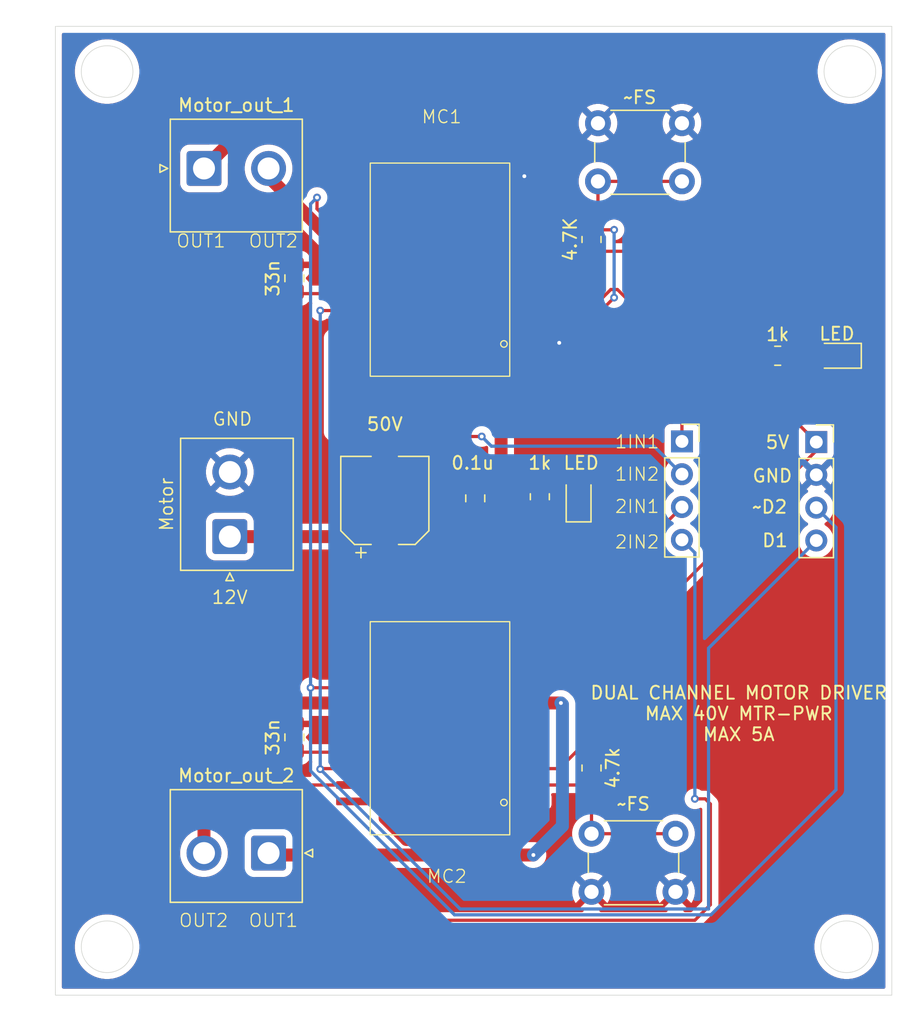
<source format=kicad_pcb>
(kicad_pcb (version 20241229) (generator "pcbnew") (generator_version "9.0")
  (layers (0 "F.Cu" signal) (2 "B.Cu" signal) (13 "F.Paste" user) (15 "B.Paste" user) (5 "F.SilkS" user "F.Silkscreen") (7 "B.SilkS" user "B.Silkscreen") (1 "F.Mask" user) (3 "B.Mask" user) (25 "Edge.Cuts" user))
  (net 0 "")
  (net 1 "GND")
  (net 2 "+12V")
  (net 3 "Net-(MC1-CCP)")
  (net 4 "Net-(MC2-CCP)")
  (net 5 "Net-(J1-Pin_2)")
  (net 6 "Net-(J1-Pin_1)")
  (net 7 "Net-(J2-Pin_3)")
  (net 8 "Net-(J2-Pin_2)")
  (net 9 "Net-(J2-Pin_1)")
  (net 10 "Net-(J2-Pin_4)")
  (net 11 "Net-(J6-Pin_2)")
  (net 12 "Net-(J6-Pin_1)")
  (net 13 "Net-(J3-Pin_3)")
  (net 14 "Net-(J3-Pin_4)")
  (net 15 "+5V")
  (net 18 "Net-(MC1-~FS)")
  (net 21 "Net-(MC2-~FS)")
  (net 22 "Net-(D1-A)")
  (net 23 "Net-(D2-A)")
  (footprint "Capacitor_SMD:C_0805_2012Metric_Pad1.18x1.45mm_HandSolder" (layer "F.Cu") (at 205 61.5375 90)
    (property "Reference" "0.1u" (at 2.7375 -0.2 180) (layer "F.SilkS"))
    (property "Value" "0.1u")
    (fp_line (start -0.261252 -0.735) (end 0.261252 -0.735) (stroke (width 0.12)) (layer "F.SilkS"))
    (fp_line (start -0.261252 0.735) (end 0.261252 0.735) (stroke (width 0.12)) (layer "F.SilkS"))
    (pad "1" smd roundrect (at -1.0375 0 90) (size 1.175 1.45) (layers "F.Cu" "F.Mask" "F.Paste") (roundrect_rratio 0.212766) (net 2 "+12V"))
    (pad "2" smd roundrect (at 1.0375 0 90) (size 1.175 1.45) (layers "F.Cu" "F.Mask" "F.Paste") (roundrect_rratio 0.212766) (net 1 "GND"))
  )
  (footprint "Connector_JST:JST_NV_B02P-NV_1x02_P5.00mm_Vertical" (layer "F.Cu") (at 189 89 180)
    (property "Reference" "Motor_out_2" (at 2.5 6 0) (layer "F.SilkS"))
    (property "Value" "Conn_01x02_Pin")
    (fp_line (start 7.61 4.91) (end 7.61 -3.81) (stroke (width 0.12)) (layer "F.SilkS"))
    (fp_line (start 7.61 -3.81) (end -2.61 -3.81) (stroke (width 0.12)) (layer "F.SilkS"))
    (fp_line (start -2.61 4.91) (end 7.61 4.91) (stroke (width 0.12)) (layer "F.SilkS"))
    (fp_line (start -2.61 -3.81) (end -2.61 4.91) (stroke (width 0.12)) (layer "F.SilkS"))
    (fp_line (start -2.81 0) (end -3.41 0.3) (stroke (width 0.12)) (layer "F.SilkS"))
    (fp_line (start -3.41 0.3) (end -3.41 -0.3) (stroke (width 0.12)) (layer "F.SilkS"))
    (fp_line (start -3.41 -0.3) (end -2.81 0) (stroke (width 0.12)) (layer "F.SilkS"))
    (pad "1" thru_hole roundrect (at 0 0 180) (size 2.7 2.7) (drill 1.7) (layers "*.Cu" "*.Mask") (roundrect_rratio 0.092593) (net 12 "Net-(J6-Pin_1)"))
    (pad "2" thru_hole circle (at 5 0 180) (size 2.7 2.7) (drill 1.7) (layers "*.Cu" "*.Mask") (net 11 "Net-(J6-Pin_2)"))
  )
  (footprint "Connector_PinSocket_2.54mm:PinSocket_1x04_P2.54mm_Vertical" (layer "F.Cu") (at 231.4 57.18)
    (property "Reference" "J3" (hide yes))
    (property "Value" "Conn_01x04_Pin")
    (fp_line (start -1.33 1.27) (end -1.33 8.95) (stroke (width 0.12)) (layer "F.SilkS"))
    (fp_line (start -1.33 1.27) (end 1.33 1.27) (stroke (width 0.12)) (layer "F.SilkS"))
    (fp_line (start -1.33 8.95) (end 1.33 8.95) (stroke (width 0.12)) (layer "F.SilkS"))
    (fp_line (start 0 -1.33) (end 1.33 -1.33) (stroke (width 0.12)) (layer "F.SilkS"))
    (fp_line (start 1.33 -1.33) (end 1.33 0) (stroke (width 0.12)) (layer "F.SilkS"))
    (fp_line (start 1.33 1.27) (end 1.33 8.95) (stroke (width 0.12)) (layer "F.SilkS"))
    (pad "1" thru_hole rect (at 0 0) (size 1.7 1.7) (drill 1) (layers "*.Cu" "*.Mask") (net 15 "+5V"))
    (pad "2" thru_hole circle (at 0 2.54) (size 1.7 1.7) (drill 1) (layers "*.Cu" "*.Mask") (net 1 "GND"))
    (pad "3" thru_hole circle (at 0 5.08) (size 1.7 1.7) (drill 1) (layers "*.Cu" "*.Mask") (net 13 "Net-(J3-Pin_3)"))
    (pad "4" thru_hole circle (at 0 7.62) (size 1.7 1.7) (drill 1) (layers "*.Cu" "*.Mask") (net 14 "Net-(J3-Pin_4)"))
  )
  (footprint "Capacitor_SMD:C_0805_2012Metric_Pad1.18x1.45mm_HandSolder" (layer "F.Cu") (at 191 80.0375 90)
    (property "Reference" "33n" (at 0 -1.68 90) (layer "F.SilkS"))
    (property "Value" "33n")
    (fp_line (start -0.261252 -0.735) (end 0.261252 -0.735) (stroke (width 0.12)) (layer "F.SilkS"))
    (fp_line (start -0.261252 0.735) (end 0.261252 0.735) (stroke (width 0.12)) (layer "F.SilkS"))
    (pad "1" smd roundrect (at -1.0375 0 90) (size 1.175 1.45) (layers "F.Cu" "F.Mask" "F.Paste") (roundrect_rratio 0.212766) (net 4 "Net-(MC2-CCP)"))
    (pad "2" smd roundrect (at 1.0375 0 90) (size 1.175 1.45) (layers "F.Cu" "F.Mask" "F.Paste") (roundrect_rratio 0.212766) (net 1 "GND"))
  )
  (footprint "Capacitor_SMD:C_0805_2012Metric_Pad1.18x1.45mm_HandSolder" (layer "F.Cu") (at 191 44.5 90)
    (property "Reference" "33n" (at 0 -1.68 90) (layer "F.SilkS"))
    (property "Value" "33n")
    (fp_line (start -0.261252 -0.735) (end 0.261252 -0.735) (stroke (width 0.12)) (layer "F.SilkS"))
    (fp_line (start -0.261252 0.735) (end 0.261252 0.735) (stroke (width 0.12)) (layer "F.SilkS"))
    (pad "1" smd roundrect (at -1.0375 0 90) (size 1.175 1.45) (layers "F.Cu" "F.Mask" "F.Paste") (roundrect_rratio 0.212766) (net 3 "Net-(MC1-CCP)"))
    (pad "2" smd roundrect (at 1.0375 0 90) (size 1.175 1.45) (layers "F.Cu" "F.Mask" "F.Paste") (roundrect_rratio 0.212766) (net 1 "GND"))
  )
  (footprint "Connector_JST:JST_NV_B02P-NV_1x02_P5.00mm_Vertical" (layer "F.Cu") (at 184 36)
    (property "Reference" "Motor_out_1" (at 2.5 -4.9 0) (layer "F.SilkS"))
    (property "Value" "Conn_01x02_Pin")
    (fp_line (start -3.41 -0.3) (end -2.81 0) (stroke (width 0.12)) (layer "F.SilkS"))
    (fp_line (start -3.41 0.3) (end -3.41 -0.3) (stroke (width 0.12)) (layer "F.SilkS"))
    (fp_line (start -2.81 0) (end -3.41 0.3) (stroke (width 0.12)) (layer "F.SilkS"))
    (fp_line (start -2.61 -3.81) (end -2.61 4.91) (stroke (width 0.12)) (layer "F.SilkS"))
    (fp_line (start -2.61 4.91) (end 7.61 4.91) (stroke (width 0.12)) (layer "F.SilkS"))
    (fp_line (start 7.61 -3.81) (end -2.61 -3.81) (stroke (width 0.12)) (layer "F.SilkS"))
    (fp_line (start 7.61 4.91) (end 7.61 -3.81) (stroke (width 0.12)) (layer "F.SilkS"))
    (pad "1" thru_hole roundrect (at 0 0) (size 2.7 2.7) (drill 1.7) (layers "*.Cu" "*.Mask") (roundrect_rratio 0.092593) (net 6 "Net-(J1-Pin_1)"))
    (pad "2" thru_hole circle (at 5 0) (size 2.7 2.7) (drill 1.7) (layers "*.Cu" "*.Mask") (net 5 "Net-(J1-Pin_2)"))
  )
  (footprint "Resistor_SMD:R_0805_2012Metric" (layer "F.Cu") (at 228.4125 50.5)
    (property "Reference" "1k" (at 0 -1.65 0) (layer "F.SilkS"))
    (property "Value" "1k")
    (fp_line (start -0.227064 -0.735) (end 0.227064 -0.735) (stroke (width 0.12)) (layer "F.SilkS"))
    (fp_line (start -0.227064 0.735) (end 0.227064 0.735) (stroke (width 0.12)) (layer "F.SilkS"))
    (pad "1" smd roundrect (at -0.9125 0) (size 1.025 1.4) (layers "F.Cu" "F.Mask" "F.Paste") (roundrect_rratio 0.243902) (net 15 "+5V"))
    (pad "2" smd roundrect (at 0.9125 0) (size 1.025 1.4) (layers "F.Cu" "F.Mask" "F.Paste") (roundrect_rratio 0.243902) (net 22 "Net-(D1-A)"))
  )
  (footprint "Resistor_SMD:R_0805_2012Metric" (layer "F.Cu") (at 210 61.4125 90)
    (property "Reference" "1k" (at 2.6125 0 180) (layer "F.SilkS"))
    (property "Value" "1k")
    (fp_line (start -0.227064 -0.735) (end 0.227064 -0.735) (stroke (width 0.12)) (layer "F.SilkS"))
    (fp_line (start -0.227064 0.735) (end 0.227064 0.735) (stroke (width 0.12)) (layer "F.SilkS"))
    (pad "1" smd roundrect (at -0.9125 0 90) (size 1.025 1.4) (layers "F.Cu" "F.Mask" "F.Paste") (roundrect_rratio 0.243902) (net 2 "+12V"))
    (pad "2" smd roundrect (at 0.9125 0 90) (size 1.025 1.4) (layers "F.Cu" "F.Mask" "F.Paste") (roundrect_rratio 0.243902) (net 23 "Net-(D2-A)"))
  )
  (footprint "Capacitor_SMD:CP_Elec_6.3x7.7" (layer "F.Cu") (at 198 61.7 90)
    (property "Reference" "50V" (at 5.9 0 180) (layer "F.SilkS"))
    (property "Value" "50V")
    (fp_line (start 3.41 -3.41) (end 3.41 -1.06) (stroke (width 0.12)) (layer "F.SilkS"))
    (fp_line (start -2.345563 -3.41) (end 3.41 -3.41) (stroke (width 0.12)) (layer "F.SilkS"))
    (fp_line (start -3.41 -2.345563) (end -2.345563 -3.41) (stroke (width 0.12)) (layer "F.SilkS"))
    (fp_line (start -3.41 -2.345563) (end -3.41 -1.06) (stroke (width 0.12)) (layer "F.SilkS"))
    (fp_line (start -4.04375 -2.24125) (end -4.04375 -1.45375) (stroke (width 0.12)) (layer "F.SilkS"))
    (fp_line (start -4.4375 -1.8475) (end -3.65 -1.8475) (stroke (width 0.12)) (layer "F.SilkS"))
    (fp_line (start -3.41 2.345563) (end -3.41 1.06) (stroke (width 0.12)) (layer "F.SilkS"))
    (fp_line (start -3.41 2.345563) (end -2.345563 3.41) (stroke (width 0.12)) (layer "F.SilkS"))
    (fp_line (start 3.41 3.41) (end 3.41 1.06) (stroke (width 0.12)) (layer "F.SilkS"))
    (fp_line (start -2.345563 3.41) (end 3.41 3.41) (stroke (width 0.12)) (layer "F.SilkS"))
    (pad "1" smd roundrect (at -2.7 0 90) (size 3.5 1.6) (layers "F.Cu" "F.Mask" "F.Paste") (roundrect_rratio 0.15625) (net 2 "+12V"))
    (pad "2" smd roundrect (at 2.7 0 90) (size 3.5 1.6) (layers "F.Cu" "F.Mask" "F.Paste") (roundrect_rratio 0.15625) (net 1 "GND"))
  )
  (footprint "Connector_JST:JST_NV_B02P-NV_1x02_P5.00mm_Vertical" (layer "F.Cu") (at 186 64.5 90)
    (property "Reference" "Motor" (at 2.5 -4.9 90) (layer "F.SilkS") (effects (font (thickness 0.125))))
    (property "Value" "Conn_01x02_Pin")
    (fp_line (start 7.61 -3.81) (end -2.61 -3.81) (stroke (width 0.12)) (layer "F.SilkS"))
    (fp_line (start -2.61 -3.81) (end -2.61 4.91) (stroke (width 0.12)) (layer "F.SilkS"))
    (fp_line (start -3.41 -0.3) (end -2.81 0) (stroke (width 0.12)) (layer "F.SilkS"))
    (fp_line (start -2.81 0) (end -3.41 0.3) (stroke (width 0.12)) (layer "F.SilkS"))
    (fp_line (start -3.41 0.3) (end -3.41 -0.3) (stroke (width 0.12)) (layer "F.SilkS"))
    (fp_line (start 7.61 4.91) (end 7.61 -3.81) (stroke (width 0.12)) (layer "F.SilkS"))
    (fp_line (start -2.61 4.91) (end 7.61 4.91) (stroke (width 0.12)) (layer "F.SilkS"))
    (pad "1" thru_hole roundrect (at 0 0 90) (size 2.7 2.7) (drill 1.7) (layers "*.Cu" "*.Mask") (roundrect_rratio 0.092593) (net 2 "+12V"))
    (pad "2" thru_hole circle (at 5 0 90) (size 2.7 2.7) (drill 1.7) (layers "*.Cu" "*.Mask") (net 1 "GND"))
  )
  (footprint "LED_SMD:LED_0805_2012Metric_Pad1.15x1.40mm_HandSolder" (layer "F.Cu") (at 213 61.5 90)
    (property "Reference" "LED" (at 2.7 0.2 180) (layer "F.SilkS"))
    (property "Value" "LED")
    (fp_line (start 1 -0.96) (end -1.86 -0.96) (stroke (width 0.12)) (layer "F.SilkS"))
    (fp_line (start -1.86 -0.96) (end -1.86 0.96) (stroke (width 0.12)) (layer "F.SilkS"))
    (fp_line (start -1.86 0.96) (end 1 0.96) (stroke (width 0.12)) (layer "F.SilkS"))
    (pad "1" smd roundrect (at -1.025 0 90) (size 1.15 1.4) (layers "F.Cu" "F.Mask" "F.Paste") (roundrect_rratio 0.217391) (net 1 "GND"))
    (pad "2" smd roundrect (at 1.025 0 90) (size 1.15 1.4) (layers "F.Cu" "F.Mask" "F.Paste") (roundrect_rratio 0.217391) (net 23 "Net-(D2-A)"))
  )
  (footprint "Resistor_SMD:R_0805_2012Metric" (layer "F.Cu") (at 214 41.5 90)
    (property "Reference" "4.7K" (at 0 -1.65 90) (layer "F.SilkS"))
    (property "Value" "4.7k")
    (fp_line (start -0.227064 -0.735) (end 0.227064 -0.735) (stroke (width 0.12)) (layer "F.SilkS"))
    (fp_line (start -0.227064 0.735) (end 0.227064 0.735) (stroke (width 0.12)) (layer "F.SilkS"))
    (pad "1" smd roundrect (at -0.9125 0 90) (size 1.025 1.4) (layers "F.Cu" "F.Mask" "F.Paste") (roundrect_rratio 0.243902) (net 15 "+5V"))
    (pad "2" smd roundrect (at 0.9125 0 90) (size 1.025 1.4) (layers "F.Cu" "F.Mask" "F.Paste") (roundrect_rratio 0.243902) (net 18 "Net-(MC1-~FS)"))
  )
  (footprint "MC33886:MC33886" (layer "F.Cu") (at 202.32 79.285 180)
    (property "Reference" "MC2" (hide yes))
    (property "Value" "~")
    (fp_rect (start -5.35 -8.3) (end 5.45 8.2) (stroke (width 0.1)) (fill no) (layer "F.SilkS"))
    (fp_circle (center -4.9 -5.8) (end -4.646 -5.8) (stroke (width 0.1)) (fill no) (layer "F.SilkS"))
    (pad "-" smd custom (at 0 -7.112 180) (size 2.9 1.7) (layers "F.Cu" "F.Mask" "F.Paste") (options (clearance outline) (anchor rect)) (primitives))
    (pad "-" smd custom (at 0 0 180) (size 7.2 12.6) (layers "F.Cu" "F.Mask" "F.Paste") (options (clearance outline) (anchor rect)) (primitives))
    (pad "-" smd custom (at 0 7.112 180) (size 2.9 1.7) (layers "F.Cu" "F.Mask" "F.Paste") (options (clearance outline) (anchor rect)) (primitives))
    (pad "1" smd roundrect (at -6.82 -5.715 180) (size 2.54 0.6) (layers "F.Cu" "F.Mask" "F.Paste") (roundrect_rratio 0) (chamfer_ratio 0.2) (chamfer top_left) (net 1 "GND"))
    (pad "2" smd roundrect (at -6.82 -4.445 180) (size 2.54 0.6) (layers "F.Cu" "F.Mask" "F.Paste") (roundrect_rratio 0.15) (net 21 "Net-(MC2-~FS)"))
    (pad "3" smd roundrect (at -6.82 -3.175 180) (size 2.54 0.6) (layers "F.Cu" "F.Mask" "B.Adhes" "F.Paste") (roundrect_rratio 0.15) (net 7 "Net-(J2-Pin_3)"))
    (pad "4" smd roundrect (at -6.82 -1.905 180) (size 2.54 0.6) (layers "F.Cu" "F.Mask" "F.Paste") (roundrect_rratio 0.15) (net 2 "+12V"))
    (pad "5" smd roundrect (at -6.82 -0.635 180) (size 2.54 0.6) (layers "F.Cu" "F.Mask" "F.Paste") (roundrect_rratio 0.15) (net 2 "+12V"))
    (pad "6" smd roundrect (at -6.82 0.635 180) (size 2.54 0.6) (layers "F.Cu" "F.Mask" "F.Paste") (roundrect_rratio 0.15) (net 12 "Net-(J6-Pin_1)"))
    (pad "7" smd roundrect (at -6.82 1.905 180) (size 2.54 0.6) (layers "F.Cu" "F.Mask" "F.Paste") (roundrect_rratio 0.15) (net 12 "Net-(J6-Pin_1)"))
    (pad "8" smd roundrect (at -6.82 3.175 180) (size 2.54 0.6) (layers "F.Cu" "F.Mask" "F.Paste") (roundrect_rratio 0.15))
    (pad "9" smd roundrect (at -6.82 4.445 180) (size 2.54 0.6) (layers "F.Cu" "F.Mask" "F.Paste") (roundrect_rratio 0.15) (net 1 "GND"))
    (pad "10" smd roundrect (at -6.82 5.715 180) (size 2.54 0.6) (layers "F.Cu" "F.Mask" "F.Paste") (roundrect_rratio 0.15) (net 1 "GND"))
    (pad "11" smd roundrect (at 6.82 5.715 180) (size 2.54 0.6) (layers "F.Cu" "F.Mask" "F.Paste") (roundrect_rratio 0.15) (net 1 "GND"))
    (pad "12" smd roundrect (at 6.82 4.445 180) (size 2.54 0.6) (layers "F.Cu" "F.Mask" "F.Paste") (roundrect_rratio 0.15) (net 1 "GND"))
    (pad "13" smd roundrect (at 6.82 3.175 180) (size 2.54 0.6) (layers "F.Cu" "F.Mask" "F.Paste") (roundrect_rratio 0.15) (net 13 "Net-(J3-Pin_3)"))
    (pad "14" smd roundrect (at 6.82 1.905 180) (size 2.54 0.6) (layers "F.Cu" "F.Mask" "F.Paste") (roundrect_rratio 0.15) (net 11 "Net-(J6-Pin_2)"))
    (pad "15" smd roundrect (at 6.82 0.635 180) (size 2.54 0.6) (layers "F.Cu" "F.Mask" "F.Paste") (roundrect_rratio 0.15) (net 11 "Net-(J6-Pin_2)"))
    (pad "16" smd roundrect (at 6.82 -0.635 180) (size 2.54 0.6) (layers "F.Cu" "F.Mask" "F.Paste") (roundrect_rratio 0.15) (net 2 "+12V"))
    (pad "17" smd roundrect (at 6.82 -1.905 180) (size 2.54 0.6) (layers "F.Cu" "F.Mask" "F.Paste") (roundrect_rratio 0.15) (net 4 "Net-(MC2-CCP)"))
    (pad "18" smd roundrect (at 6.82 -3.175 180) (size 2.54 0.6) (layers "F.Cu" "F.Mask" "B.Adhes" "F.Paste") (roundrect_rratio 0.15) (net 14 "Net-(J3-Pin_4)"))
    (pad "19" smd roundrect (at 6.82 -4.445 180) (size 2.54 0.6) (layers "F.Cu" "F.Mask" "F.Paste") (roundrect_rratio 0.15) (net 10 "Net-(J2-Pin_4)"))
    (pad "20" smd roundrect (at 6.82 -5.715 180) (size 2.54 0.6) (layers "F.Cu" "F.Mask" "F.Paste") (roundrect_rratio 0.15))
  )
  (footprint "LED_SMD:LED_0805_2012Metric_Pad1.15x1.40mm_HandSolder" (layer "F.Cu") (at 233.025 50.5 180)
    (property "Reference" "LED" (at 0.025 1.7 0) (layer "F.SilkS"))
    (property "Value" "LED")
    (fp_line (start 1 -0.96) (end -1.86 -0.96) (stroke (width 0.12)) (layer "F.SilkS"))
    (fp_line (start -1.86 0.96) (end 1 0.96) (stroke (width 0.12)) (layer "F.SilkS"))
    (fp_line (start -1.86 -0.96) (end -1.86 0.96) (stroke (width 0.12)) (layer "F.SilkS"))
    (pad "1" smd roundrect (at -1.025 0 180) (size 1.15 1.4) (layers "F.Cu" "F.Mask" "F.Paste") (roundrect_rratio 0.217391) (net 1 "GND"))
    (pad "2" smd roundrect (at 1.025 0 180) (size 1.15 1.4) (layers "F.Cu" "F.Mask" "F.Paste") (roundrect_rratio 0.217391) (net 22 "Net-(D1-A)"))
  )
  (footprint "Resistor_SMD:R_0805_2012Metric" (layer "F.Cu") (at 214 82.4125 -90)
    (property "Reference" "4.7k" (at 0 -1.65 90) (layer "F.SilkS"))
    (property "Value" "4.7k")
    (fp_line (start -0.227064 0.735) (end 0.227064 0.735) (stroke (width 0.12)) (layer "F.SilkS"))
    (fp_line (start -0.227064 -0.735) (end 0.227064 -0.735) (stroke (width 0.12)) (layer "F.SilkS"))
    (pad "1" smd roundrect (at -0.9125 0 270) (size 1.025 1.4) (layers "F.Cu" "F.Mask" "F.Paste") (roundrect_rratio 0.243902) (net 15 "+5V"))
    (pad "2" smd roundrect (at 0.9125 0 270) (size 1.025 1.4) (layers "F.Cu" "F.Mask" "F.Paste") (roundrect_rratio 0.243902) (net 21 "Net-(MC2-~FS)"))
  )
  (footprint "Connector_PinSocket_2.54mm:PinSocket_1x04_P2.54mm_Vertical" (layer "F.Cu") (at 221 57.13)
    (property "Reference" "J2" (hide yes))
    (property "Value" "Conn_01x04_Pin")
    (fp_line (start -1.33 1.27) (end -1.33 8.95) (stroke (width 0.12)) (layer "F.SilkS"))
    (fp_line (start -1.33 1.27) (end 1.33 1.27) (stroke (width 0.12)) (layer "F.SilkS"))
    (fp_line (start -1.33 8.95) (end 1.33 8.95) (stroke (width 0.12)) (layer "F.SilkS"))
    (fp_line (start 0 -1.33) (end 1.33 -1.33) (stroke (width 0.12)) (layer "F.SilkS"))
    (fp_line (start 1.33 -1.33) (end 1.33 0) (stroke (width 0.12)) (layer "F.SilkS"))
    (fp_line (start 1.33 1.27) (end 1.33 8.95) (stroke (width 0.12)) (layer "F.SilkS"))
    (pad "1" thru_hole rect (at 0 0) (size 1.7 1.7) (drill 1) (layers "*.Cu" "*.Mask") (net 9 "Net-(J2-Pin_1)"))
    (pad "2" thru_hole circle (at 0 2.54) (size 1.7 1.7) (drill 1) (layers "*.Cu" "*.Mask") (net 8 "Net-(J2-Pin_2)"))
    (pad "3" thru_hole circle (at 0 5.08) (size 1.7 1.7) (drill 1) (layers "*.Cu" "*.Mask") (net 7 "Net-(J2-Pin_3)"))
    (pad "4" thru_hole circle (at 0 7.62) (size 1.7 1.7) (drill 1) (layers "*.Cu" "*.Mask") (net 10 "Net-(J2-Pin_4)"))
  )
  (footprint "MC33886:MC33886" (layer "F.Cu") (at 202.32 43.785 180)
    (property "Reference" "MC1" (at -0.08 11.785 0) (layer "F.SilkS") (effects (font (thickness 0.1))))
    (property "Value" "~")
    (fp_rect (start -5.35 -8.3) (end 5.45 8.2) (stroke (width 0.1)) (fill no) (layer "F.SilkS"))
    (fp_circle (center -4.9 -5.8) (end -4.646 -5.8) (stroke (width 0.1)) (fill no) (layer "F.SilkS"))
    (pad "-" smd custom (at 0 -7.112 180) (size 2.9 1.7) (layers "F.Cu" "F.Mask" "F.Paste") (options (clearance outline) (anchor rect)) (primitives))
    (pad "-" smd custom (at 0 0 180) (size 7.2 12.6) (layers "F.Cu" "F.Mask" "F.Paste") (options (clearance outline) (anchor rect)) (primitives))
    (pad "-" smd custom (at 0 7.112 180) (size 2.9 1.7) (layers "F.Cu" "F.Mask" "F.Paste") (options (clearance outline) (anchor rect)) (primitives))
    (pad "1" smd roundrect (at -6.82 -5.715 180) (size 2.54 0.6) (layers "F.Cu" "F.Mask" "F.Paste") (roundrect_rratio 0) (chamfer_ratio 0.2) (chamfer top_left) (net 1 "GND"))
    (pad "2" smd roundrect (at -6.82 -4.445 180) (size 2.54 0.6) (layers "F.Cu" "F.Mask" "F.Paste") (roundrect_rratio 0.15) (net 18 "Net-(MC1-~FS)"))
    (pad "3" smd roundrect (at -6.82 -3.175 180) (size 2.54 0.6) (layers "F.Cu" "F.Mask" "B.Adhes" "F.Paste") (roundrect_rratio 0.15) (net 9 "Net-(J2-Pin_1)"))
    (pad "4" smd roundrect (at -6.82 -1.905 180) (size 2.54 0.6) (layers "F.Cu" "F.Mask" "F.Paste") (roundrect_rratio 0.15) (net 2 "+12V"))
    (pad "5" smd roundrect (at -6.82 -0.635 180) (size 2.54 0.6) (layers "F.Cu" "F.Mask" "F.Paste") (roundrect_rratio 0.15) (net 2 "+12V"))
    (pad "6" smd roundrect (at -6.82 0.635 180) (size 2.54 0.6) (layers "F.Cu" "F.Mask" "F.Paste") (roundrect_rratio 0.15) (net 6 "Net-(J1-Pin_1)"))
    (pad "7" smd roundrect (at -6.82 1.905 180) (size 2.54 0.6) (layers "F.Cu" "F.Mask" "F.Paste") (roundrect_rratio 0.15) (net 6 "Net-(J1-Pin_1)"))
    (pad "8" smd roundrect (at -6.82 3.175 180) (size 2.54 0.6) (layers "F.Cu" "F.Mask" "F.Paste") (roundrect_rratio 0.15))
    (pad "9" smd roundrect (at -6.82 4.445 180) (size 2.54 0.6) (layers "F.Cu" "F.Mask" "F.Paste") (roundrect_rratio 0.15) (net 1 "GND"))
    (pad "10" smd roundrect (at -6.82 5.715 180) (size 2.54 0.6) (layers "F.Cu" "F.Mask" "F.Paste") (roundrect_rratio 0.15) (net 1 "GND"))
    (pad "11" smd roundrect (at 6.82 5.715 180) (size 2.54 0.6) (layers "F.Cu" "F.Mask" "F.Paste") (roundrect_rratio 0.15) (net 1 "GND"))
    (pad "12" smd roundrect (at 6.82 4.445 180) (size 2.54 0.6) (layers "F.Cu" "F.Mask" "F.Paste") (roundrect_rratio 0.15) (net 1 "GND"))
    (pad "13" smd roundrect (at 6.82 3.175 180) (size 2.54 0.6) (layers "F.Cu" "F.Mask" "F.Paste") (roundrect_rratio 0.15) (net 13 "Net-(J3-Pin_3)"))
    (pad "14" smd roundrect (at 6.82 1.905 180) (size 2.54 0.6) (layers "F.Cu" "F.Mask" "F.Paste") (roundrect_rratio 0.15) (net 5 "Net-(J1-Pin_2)"))
    (pad "15" smd roundrect (at 6.82 0.635 180) (size 2.54 0.6) (layers "F.Cu" "F.Mask" "F.Paste") (roundrect_rratio 0.15) (net 5 "Net-(J1-Pin_2)"))
    (pad "16" smd roundrect (at 6.82 -0.635 180) (size 2.54 0.6) (layers "F.Cu" "F.Mask" "F.Paste") (roundrect_rratio 0.15) (net 2 "+12V"))
    (pad "17" smd roundrect (at 6.82 -1.905 180) (size 2.54 0.6) (layers "F.Cu" "F.Mask" "F.Paste") (roundrect_rratio 0.15) (net 3 "Net-(MC1-CCP)"))
    (pad "18" smd roundrect (at 6.82 -3.175 180) (size 2.54 0.6) (layers "F.Cu" "F.Mask" "B.Adhes" "F.Paste") (roundrect_rratio 0.15) (net 14 "Net-(J3-Pin_4)"))
    (pad "19" smd roundrect (at 6.82 -4.445 180) (size 2.54 0.6) (layers "F.Cu" "F.Mask" "F.Paste") (roundrect_rratio 0.15) (net 8 "Net-(J2-Pin_2)"))
    (pad "20" smd roundrect (at 6.82 -5.715 180) (size 2.54 0.6) (layers "F.Cu" "F.Mask" "F.Paste") (roundrect_rratio 0.15))
  )
  (footprint "Button_Switch_THT:SW_PUSH_6mm_H5mm" (layer "F.Cu") (at 220.5 92 180)
    (property "Reference" "~FS" (at 3.25 6.8 0) (layer "F.SilkS"))
    (property "Value" "SW_Push")
    (fp_line (start 6.75 3) (end 6.75 1.5) (stroke (width 0.12)) (layer "F.SilkS"))
    (fp_line (start 5.5 -1) (end 1 -1) (stroke (width 0.12)) (layer "F.SilkS"))
    (fp_line (start 1 5.5) (end 5.5 5.5) (stroke (width 0.12)) (layer "F.SilkS"))
    (fp_line (start -0.25 1.5) (end -0.25 3) (stroke (width 0.12)) (layer "F.SilkS"))
    (pad "1" thru_hole circle (at 0 0 270) (size 2 2) (drill 1.1) (layers "*.Cu" "*.Mask") (net 1 "GND"))
    (pad "1" thru_hole circle (at 6.5 0 270) (size 2 2) (drill 1.1) (layers "*.Cu" "*.Mask") (net 1 "GND"))
    (pad "2" thru_hole circle (at 0 4.5 270) (size 2 2) (drill 1.1) (layers "*.Cu" "*.Mask") (net 21 "Net-(MC2-~FS)"))
    (pad "2" thru_hole circle (at 6.5 4.5 270) (size 2 2) (drill 1.1) (layers "*.Cu" "*.Mask") (net 21 "Net-(MC2-~FS)"))
  )
  (footprint "Button_Switch_THT:SW_PUSH_6mm_H5mm" (layer "F.Cu") (at 214.5 32.5)
    (property "Reference" "~FS" (at 3.25 -2 0) (layer "F.SilkS"))
    (property "Value" "SW_Push")
    (fp_line (start -0.25 1.5) (end -0.25 3) (stroke (width 0.12)) (layer "F.SilkS"))
    (fp_line (start 1 5.5) (end 5.5 5.5) (stroke (width 0.12)) (layer "F.SilkS"))
    (fp_line (start 5.5 -1) (end 1 -1) (stroke (width 0.12)) (layer "F.SilkS"))
    (fp_line (start 6.75 3) (end 6.75 1.5) (stroke (width 0.12)) (layer "F.SilkS"))
    (pad "1" thru_hole circle (at 0 0 90) (size 2 2) (drill 1.1) (layers "*.Cu" "*.Mask") (net 1 "GND"))
    (pad "1" thru_hole circle (at 6.5 0 90) (size 2 2) (drill 1.1) (layers "*.Cu" "*.Mask") (net 1 "GND"))
    (pad "2" thru_hole circle (at 0 4.5 90) (size 2 2) (drill 1.1) (layers "*.Cu" "*.Mask") (net 18 "Net-(MC1-~FS)"))
    (pad "2" thru_hole circle (at 6.5 4.5 90) (size 2 2) (drill 1.1) (layers "*.Cu" "*.Mask") (net 18 "Net-(MC1-~FS)"))
  )
  (gr_rect (start 172.5 25) (end 237.25 100) (stroke (width 0.05)) (fill no) (layer "Edge.Cuts"))
  (gr_circle (center 176.5 28.5) (end 176.5 26.5) (stroke (width 0.05)) (fill no) (layer "Edge.Cuts"))
  (gr_circle (center 234 28.5) (end 234 26.5) (stroke (width 0.05)) (fill no) (layer "Edge.Cuts"))
  (gr_circle (center 233.75 96.25) (end 233.75 94.25) (stroke (width 0.05)) (fill no) (layer "Edge.Cuts"))
  (gr_circle (center 176.5 96.25) (end 176.5 94.25) (stroke (width 0.05)) (fill no) (layer "Edge.Cuts"))
  (gr_text "2IN2" (at 215.75 65.5 0) (layer "F.SilkS") (effects (font (size 1 1) (thickness 0.1)) (justify left bottom)))
  (gr_text "GND\n" (at 228 59.8 0) (layer "F.SilkS") (effects (font (size 1 1))))
  (gr_text "12V" (at 186 69.2 0) (layer "F.SilkS") (effects (font (size 1 1) (thickness 0.125))))
  (gr_text "OUT2" (at 187.4 42.2 0) (layer "F.SilkS") (effects (font (size 1 1) (thickness 0.1)) (justify left bottom)))
  (gr_text "~D2" (at 227.8 62.2 0) (layer "F.SilkS") (effects (font (size 1 1))))
  (gr_text "2IN1" (at 215.75 62.75 0) (layer "F.SilkS") (effects (font (size 1 1) (thickness 0.1)) (justify left bottom)))
  (gr_text "MC2" (at 202.8 90.8 0) (layer "F.SilkS") (effects (font (size 1 1) (thickness 0.1))))
  (gr_text "OUT2\n" (at 182 94.8 0) (layer "F.SilkS") (effects (font (size 1 1) (thickness 0.1)) (justify left bottom)))
  (gr_text "GND" (at 186.2 55.4 0) (layer "F.SilkS") (effects (font (size 1 1) (thickness 0.125))))
  (gr_text "DUAL CHANNEL MOTOR DRIVER\nMAX 40V MTR-PWR\nMAX 5A" (at 225.4 78.2 0) (layer "F.SilkS") (effects (font (size 1 1))))
  (gr_text "D1" (at 228.2 64.8 0) (layer "F.SilkS") (effects (font (size 1 1))))
  (gr_text "OUT1\n" (at 181.8 42.2 0) (layer "F.SilkS") (effects (font (size 1 1) (thickness 0.1)) (justify left bottom)))
  (gr_text "OUT1" (at 187.4 94.8 0) (layer "F.SilkS") (effects (font (size 1 1) (thickness 0.1)) (justify left bottom)))
  (gr_text "1IN1" (at 215.75 57.75 0) (layer "F.SilkS") (effects (font (size 1 1) (thickness 0.1)) (justify left bottom)))
  (gr_text "1IN2" (at 215.75 60.25 0) (layer "F.SilkS") (effects (font (size 1 1) (thickness 0.1)) (justify left bottom)))
  (gr_text "5V" (at 228.4 57.2 0) (layer "F.SilkS") (effects (font (size 1 1))))
  (segment (start 209.14 49.5) (end 211.5 49.5) (width 0.25) (layer "F.Cu") (net 1))
  (segment (start 209.14 73.57) (end 209.14 74.84) (width 0.25) (layer "F.Cu") (net 1))
  (segment (start 195.5 73.57) (end 195.5 74.84) (width 0.25) (layer "F.Cu") (net 1))
  (segment (start 209.14 38.07) (end 209.14 39.34) (width 0.25) (layer "F.Cu") (net 1))
  (segment (start 195.5 38.07) (end 195.5 39.34) (width 0.25) (layer "F.Cu") (net 1))
  (via (at 211.5 49.5) (size 0.6) (drill 0.3) (layers "F.Cu" "B.Cu") (net 1))
  (via (at 208.8 36.6) (size 0.6) (drill 0.3) (layers "F.Cu" "B.Cu") (net 1))
  (segment (start 198.019 86.286) (end 199.681 87.948) (width 1) (layer "F.Cu") (net 2))
  (segment (start 207 85.907) (end 207 82.088864) (width 1) (layer "F.Cu") (net 2))
  (segment (start 207.870001 45.69) (end 209.14 45.69) (width 1) (layer "F.Cu") (net 2))
  (segment (start 206.425 62.575) (end 207 62) (width 1) (layer "F.Cu") (net 2))
  (segment (start 195.5 79.92) (end 196.769999 79.92) (width 1) (layer "F.Cu") (net 2))
  (segment (start 207 62) (end 207.325 62.325) (width 1) (layer "F.Cu") (net 2))
  (segment (start 207 53.743364) (end 205.704636 52.448) (width 1) (layer "F.Cu") (net 2))
  (segment (start 186 64.5) (end 197.9 64.5) (width 1) (layer "F.Cu") (net 2))
  (segment (start 198.019 50.786) (end 199.681 52.448) (width 1) (layer "F.Cu") (net 2))
  (segment (start 196.769999 79.92) (end 198.019 81.169001) (width 1) (layer "F.Cu") (net 2))
  (segment (start 198 64.4) (end 203.175 64.4) (width 1) (layer "F.Cu") (net 2))
  (segment (start 207.169 50.983636) (end 207.169 46.391001) (width 1) (layer "F.Cu") (net 2))
  (segment (start 198.019 81.169001) (end 198.019 86.286) (width 1) (layer "F.Cu") (net 2))
  (segment (start 195.5 44.42) (end 196.741136 44.42) (width 1) (layer "F.Cu") (net 2))
  (segment (start 209.14 81.19) (end 209.14 79.92) (width 1) (layer "F.Cu") (net 2))
  (segment (start 207 62) (end 207 53.743364) (width 1) (layer "F.Cu") (net 2))
  (segment (start 197.9 64.5) (end 198 64.4) (width 1) (layer "F.Cu") (net 2))
  (segment (start 207 79.021136) (end 207 64.575) (width 1) (layer "F.Cu") (net 2))
  (segment (start 198.019 45.697864) (end 198.019 50.786) (width 1) (layer "F.Cu") (net 2))
  (segment (start 207 64.575) (end 205 62.575) (width 1) (layer "F.Cu") (net 2))
  (segment (start 209.14 44.42) (end 209.14 45.69) (width 1) (layer "F.Cu") (net 2))
  (segment (start 196.741136 44.42) (end 198.019 45.697864) (width 1) (layer "F.Cu") (net 2))
  (segment (start 207.169 46.391001) (end 207.870001 45.69) (width 1) (layer "F.Cu") (net 2))
  (segment (start 207.898864 81.19) (end 209.14 81.19) (width 1) (layer "F.Cu") (net 2))
  (segment (start 207.898864 79.92) (end 207 79.021136) (width 1) (layer "F.Cu") (net 2))
  (segment (start 207.325 62.325) (end 210 62.325) (width 1) (layer "F.Cu") (net 2))
  (segment (start 207 82.088864) (end 207.898864 81.19) (width 1) (layer "F.Cu") (net 2))
  (segment (start 204.959 87.948) (end 207 85.907) (width 1) (layer "F.Cu") (net 2))
  (segment (start 199.681 87.948) (end 204.959 87.948) (width 1) (layer "F.Cu") (net 2))
  (segment (start 199.681 52.448) (end 205.704636 52.448) (width 1) (layer "F.Cu") (net 2))
  (segment (start 205.704636 52.448) (end 207.169 50.983636) (width 1) (layer "F.Cu") (net 2))
  (segment (start 205 62.575) (end 206.425 62.575) (width 1) (layer "F.Cu") (net 2))
  (segment (start 209.14 79.92) (end 207.898864 79.92) (width 1) (layer "F.Cu") (net 2))
  (segment (start 203.175 64.4) (end 205 62.575) (width 1) (layer "F.Cu") (net 2))
  (segment (start 195.5 45.69) (end 191.1525 45.69) (width 0.25) (layer "F.Cu") (net 3))
  (segment (start 191.1525 45.69) (end 191 45.5375) (width 0.25) (layer "F.Cu") (net 3))
  (segment (start 195.5 81.19) (end 191.115 81.19) (width 0.25) (layer "F.Cu") (net 4))
  (segment (start 191.115 81.19) (end 191 81.075) (width 0.2) (layer "F.Cu") (net 4))
  (segment (start 189 36.649999) (end 189 36) (width 1) (layer "F.Cu") (net 5))
  (segment (start 195.5 43.15) (end 195.5 41.88) (width 1) (layer "F.Cu") (net 5))
  (segment (start 194.230001 41.88) (end 189 36.649999) (width 1) (layer "F.Cu") (net 5))
  (segment (start 195.5 41.88) (end 194.230001 41.88) (width 1) (layer "F.Cu") (net 5))
  (segment (start 211.6 40.689999) (end 211.6 36.8) (width 1) (layer "F.Cu") (net 6))
  (segment (start 209.14 43.15) (end 209.14 41.88) (width 1) (layer "F.Cu") (net 6))
  (segment (start 211.6 36.8) (end 206.6 31.8) (width 1) (layer "F.Cu") (net 6))
  (segment (start 210.409999 41.88) (end 211.6 40.689999) (width 1) (layer "F.Cu") (net 6))
  (segment (start 206.6 31.8) (end 188.2 31.8) (width 1) (layer "F.Cu") (net 6))
  (segment (start 188.2 31.8) (end 184 36) (width 1) (layer "F.Cu") (net 6))
  (segment (start 209.14 41.88) (end 210.409999 41.88) (width 1) (layer "F.Cu") (net 6))
  (segment (start 213.25 69.96) (end 213.25 80.715986) (width 0.25) (layer "F.Cu") (net 7))
  (segment (start 213.25 80.715986) (end 211.505986 82.46) (width 0.25) (layer "F.Cu") (net 7))
  (segment (start 221 62.21) (end 213.25 69.96) (width 0.25) (layer "F.Cu") (net 7))
  (segment (start 211.505986 82.46) (end 209.14 82.46) (width 0.25) (layer "F.Cu") (net 7))
  (segment (start 193.904 56.404) (end 194 56.5) (width 0.25) (layer "F.Cu") (net 8))
  (segment (start 194.25 56.75) (end 205.5 56.75) (width 0.25) (layer "F.Cu") (net 8))
  (segment (start 194.789194 48.23) (end 193.904 49.115194) (width 0.25) (layer "F.Cu") (net 8))
  (segment (start 194 56.5) (end 194.25 56.75) (width 0.25) (layer "F.Cu") (net 8))
  (segment (start 195.5 48.23) (end 194.789194 48.23) (width 0.25) (layer "F.Cu") (net 8))
  (segment (start 193.904 49.115194) (end 193.904 56.404) (width 0.25) (layer "F.Cu") (net 8))
  (via (at 205.5 56.75) (size 0.6) (drill 0.3) (layers "F.Cu" "B.Cu") (net 8))
  (segment (start 218.83 57.5) (end 221 59.67) (width 0.25) (layer "B.Cu") (net 8))
  (segment (start 206.25 57.5) (end 218.83 57.5) (width 0.25) (layer "B.Cu") (net 8))
  (segment (start 205.5 56.75) (end 206.25 57.5) (width 0.25) (layer "B.Cu") (net 8))
  (segment (start 216.009298 45.374) (end 221 50.364702) (width 0.25) (layer "F.Cu") (net 9))
  (segment (start 213.904702 46.96) (end 215.490702 45.374) (width 0.25) (layer "F.Cu") (net 9))
  (segment (start 215.490702 45.374) (end 216.009298 45.374) (width 0.25) (layer "F.Cu") (net 9))
  (segment (start 209.14 46.96) (end 213.904702 46.96) (width 0.25) (layer "F.Cu") (net 9))
  (segment (start 221 50.364702) (end 221 57.13) (width 0.25) (layer "F.Cu") (net 9))
  (segment (start 186.8 90.8) (end 186.8 87.45) (width 0.25) (layer "F.Cu") (net 10))
  (segment (start 190.52 83.73) (end 195.5 83.73) (width 0.25) (layer "F.Cu") (net 10))
  (segment (start 223.2 85.2) (end 223.2 93) (width 0.25) (layer "F.Cu") (net 10))
  (segment (start 222 94.2) (end 190.2 94.2) (width 0.25) (layer "F.Cu") (net 10))
  (segment (start 222 84.8) (end 222.8 84.8) (width 0.25) (layer "F.Cu") (net 10))
  (segment (start 223.2 93) (end 222 94.2) (width 0.25) (layer "F.Cu") (net 10))
  (segment (start 222.8 84.8) (end 223.2 85.2) (width 0.25) (layer "F.Cu") (net 10))
  (segment (start 186.8 87.45) (end 190.52 83.73) (width 0.25) (layer "F.Cu") (net 10))
  (segment (start 190.2 94.2) (end 186.8 90.8) (width 0.25) (layer "F.Cu") (net 10))
  (via (at 222 84.8) (size 0.6) (drill 0.3) (layers "F.Cu" "B.Cu") (net 10))
  (segment (start 222 84.8) (end 222 65.75) (width 0.25) (layer "B.Cu") (net 10))
  (segment (start 222 65.75) (end 221 64.75) (width 0.25) (layer "B.Cu") (net 10))
  (segment (start 184 80) (end 184 89) (width 1) (layer "F.Cu") (net 11))
  (segment (start 195.5 77.38) (end 186.62 77.38) (width 1) (layer "F.Cu") (net 11))
  (segment (start 195.5 78.65) (end 195.5 77.38) (width 1) (layer "F.Cu") (net 11))
  (segment (start 186.62 77.38) (end 184 80) (width 1) (layer "F.Cu") (net 11))
  (segment (start 209.14 77.38) (end 209.14 78.65) (width 1) (layer "F.Cu") (net 12))
  (segment (start 189.148999 89.148999) (end 189 89) (width 1) (layer "F.Cu") (net 12))
  (segment (start 211.63 77.38) (end 209.14 77.38) (width 1) (layer "F.Cu") (net 12))
  (segment (start 209.5 89.148999) (end 189.148999 89.148999) (width 1) (layer "F.Cu") (net 12))
  (via (at 211.63 77.38) (size 0.6) (drill 0.3) (layers "F.Cu" "B.Cu") (net 12))
  (via (at 209.5 89.148999) (size 0.6) (drill 0.3) (layers "F.Cu" "B.Cu") (net 12))
  (segment (start 211.63 77.38) (end 211.75 77.5) (width 1) (layer "B.Cu") (net 12))
  (segment (start 211.75 86.898999) (end 209.5 89.148999) (width 1) (layer "B.Cu") (net 12))
  (segment (start 211.75 77.5) (end 211.75 86.898999) (width 1) (layer "B.Cu") (net 12))
  (segment (start 195.41 76.2) (end 195.5 76.11) (width 0.25) (layer "F.Cu") (net 13))
  (segment (start 194.230001 40.61) (end 195.5 40.61) (width 0.25) (layer "F.Cu") (net 13))
  (segment (start 192.75 38.25) (end 192.75 39.129999) (width 0.25) (layer "F.Cu") (net 13))
  (segment (start 192.75 39.129999) (end 194.230001 40.61) (width 0.25) (layer "F.Cu") (net 13))
  (segment (start 192.25 76.2) (end 195.41 76.2) (width 0.25) (layer "F.Cu") (net 13))
  (via (at 192.75 38.25) (size 0.6) (drill 0.3) (layers "F.Cu" "B.Cu") (net 13))
  (via (at 192.25 76.2) (size 0.6) (drill 0.3) (layers "F.Cu" "B.Cu") (net 13))
  (segment (start 223.246108 93.777) (end 232.926 84.097108) (width 0.25) (layer "B.Cu") (net 13))
  (segment (start 192.25 38.75) (end 192.75 38.25) (width 0.25) (layer "B.Cu") (net 13))
  (segment (start 232.926 63.786) (end 231.4 62.26) (width 0.25) (layer "B.Cu") (net 13))
  (segment (start 203.391702 93.777) (end 223.246108 93.777) (width 0.25) (layer "B.Cu") (net 13))
  (segment (start 192.25 76.2) (end 192.25 38.75) (width 0.25) (layer "B.Cu") (net 13))
  (segment (start 232.926 84.097108) (end 232.926 63.786) (width 0.25) (layer "B.Cu") (net 13))
  (segment (start 192.25 76.2) (end 192.25 82.635298) (width 0.25) (layer "B.Cu") (net 13))
  (segment (start 192.25 82.635298) (end 203.391702 93.777) (width 0.25) (layer "B.Cu") (net 13))
  (segment (start 193.04 82.46) (end 193 82.5) (width 0.25) (layer "F.Cu") (net 14))
  (segment (start 195.46 47) (end 195.5 46.96) (width 0.25) (layer "F.Cu") (net 14))
  (segment (start 195.5 82.46) (end 193.04 82.46) (width 0.25) (layer "F.Cu") (net 14))
  (segment (start 193 47) (end 195.46 47) (width 0.25) (layer "F.Cu") (net 14))
  (via (at 193 47) (size 0.6) (drill 0.3) (layers "F.Cu" "B.Cu") (net 14))
  (via (at 193 82.5) (size 0.6) (drill 0.3) (layers "F.Cu" "B.Cu") (net 14))
  (segment (start 203.826 93.326) (end 223.059298 93.326) (width 0.25) (layer "B.Cu") (net 14))
  (segment (start 223.059298 73.140702) (end 231.4 64.8) (width 0.25) (layer "B.Cu") (net 14))
  (segment (start 193 82.5) (end 203.826 93.326) (width 0.25) (layer "B.Cu") (net 14))
  (segment (start 223.059298 93.326) (end 223.059298 73.140702) (width 0.25) (layer "B.Cu") (net 14))
  (segment (start 193 82.5) (end 193 47) (width 0.25) (layer "B.Cu") (net 14))
  (segment (start 214 81.5) (end 214 75.25) (width 0.25) (layer "F.Cu") (net 15))
  (segment (start 214 42.4125) (end 219.4125 42.4125) (width 0.25) (layer "F.Cu") (net 15))
  (segment (start 227.5 53.28) (end 231.4 57.18) (width 0.25) (layer "F.Cu") (net 15))
  (segment (start 214 75.25) (end 231.4 57.85) (width 0.25) (layer "F.Cu") (net 15))
  (segment (start 219.4125 42.4125) (end 227.5 50.5) (width 0.25) (layer "F.Cu") (net 15))
  (segment (start 231.4 57.85) (end 231.4 57.18) (width 0.25) (layer "F.Cu") (net 15))
  (segment (start 227.5 50.5) (end 227.5 53.28) (width 0.25) (layer "F.Cu") (net 15))
  (segment (start 214.5 37) (end 214.5 40.0875) (width 0.25) (layer "F.Cu") (net 18))
  (segment (start 221 37) (end 214.5 37) (width 0.25) (layer "F.Cu") (net 18))
  (segment (start 214.5 40.0875) (end 214 40.5875) (width 0.25) (layer "F.Cu") (net 18))
  (segment (start 215.75 40.75) (end 214.1625 40.75) (width 0.25) (layer "F.Cu") (net 18))
  (segment (start 214.1625 40.75) (end 214 40.5875) (width 0.25) (layer "F.Cu") (net 18))
  (segment (start 213.52 48.23) (end 215.75 46) (width 0.25) (layer "F.Cu") (net 18))
  (segment (start 209.14 48.23) (end 213.52 48.23) (width 0.25) (layer "F.Cu") (net 18))
  (via (at 215.75 46) (size 0.6) (drill 0.3) (layers "F.Cu" "B.Cu") (net 18))
  (via (at 215.75 40.75) (size 0.6) (drill 0.3) (layers "F.Cu" "B.Cu") (net 18))
  (segment (start 215.75 46) (end 215.75 40.75) (width 0.25) (layer "B.Cu") (net 18))
  (segment (start 213.595 83.73) (end 214 83.325) (width 0.25) (layer "F.Cu") (net 21))
  (segment (start 214 83.325) (end 214 87.5) (width 0.25) (layer "F.Cu") (net 21))
  (segment (start 209.14 83.73) (end 213.595 83.73) (width 0.25) (layer "F.Cu") (net 21))
  (segment (start 220.5 87.5) (end 214 87.5) (width 0.25) (layer "F.Cu") (net 21))
  (segment (start 229.325 50.5) (end 232 50.5) (width 0.25) (layer "F.Cu") (net 22))
  (segment (start 212.975 60.5) (end 213 60.475) (width 1) (layer "F.Cu") (net 23))
  (segment (start 210 60.5) (end 212.975 60.5) (width 1) (layer "F.Cu") (net 23))
  (zone (net 1) (net_name "GND") (layers "F.Cu" "B.Cu") (connect_pads (clearance 0.5)) (min_thickness 0.25) (fill yes (thermal_gap 0.5) (thermal_bridge_width 0.5))
    (polygon (pts (xy 169.079306 22.960048) (xy 168.20881 102.251889) (xy 239.507243 102.08213) (xy 238.980434 23.324118)))
  )
)
</source>
